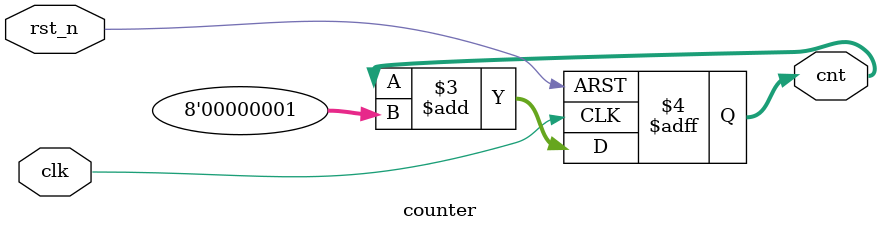
<source format=sv>
`include "common_settings.svh"

module counter
#(
    parameter                   inc_dec = '1
)(
    input   logic   [0 : 0]     clk,
    input   logic   [0 : 0]     rst_n,
    output  logic   [7 : 0]     cnt
);

    always_ff @(posedge clk, negedge rst_n)
        if( !rst_n )
            cnt <= '0;
        else
            cnt <= cnt + ( ( inc_dec == '1 ) ? 1'b1 : - 1'b1 );

    `ifdef ASSERTS_SV

    property inc;
        @(posedge clk)
        disable iff(!rst_n)
        $past(rst_n) |-> cnt == $past(cnt) + 1'b1;
    endproperty : inc

    property unk;
        @(posedge clk)
        disable iff(!rst_n)
        !$isunknown(cnt);
    endproperty : unk

    inc_a : assert property(inc) else $display("Inc : Fail at time %tns",$time());
    inc_c : cover  property(inc)      ;//$dislpay("Inc : Pass at time %tns",$time());
    unk_a : assert property(unk) else $display("Unk : Fail at time %tns",$time());
    unk_c : cover  property(unk)      ;//$display("Unk : Pass at time %tns",$time());
    
    `endif

endmodule : counter

</source>
